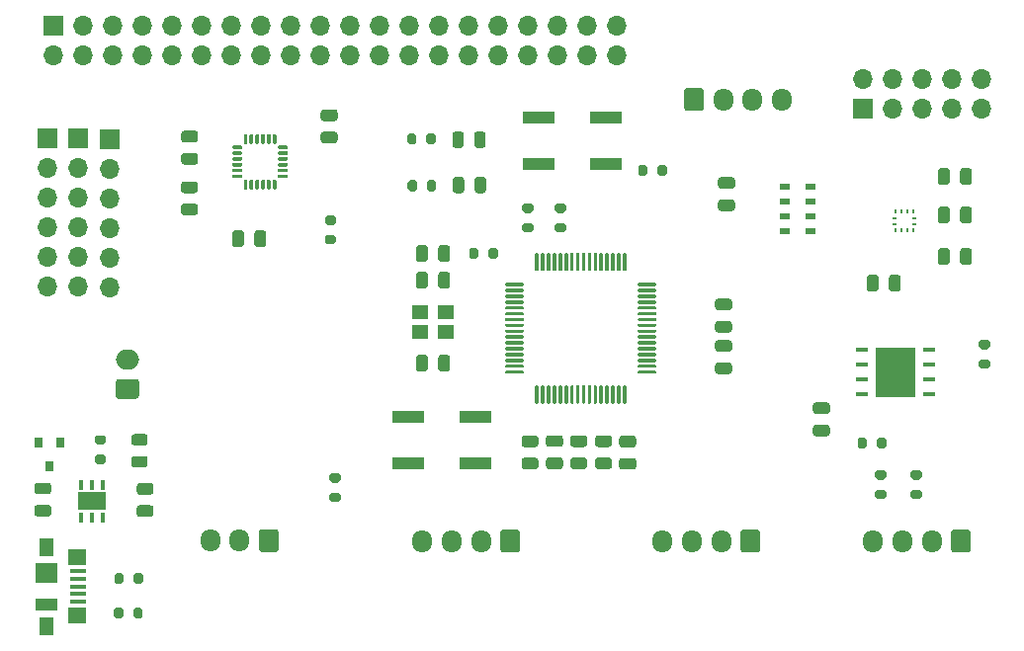
<source format=gbr>
%TF.GenerationSoftware,KiCad,Pcbnew,(5.1.9)-1*%
%TF.CreationDate,2021-03-21T01:20:58-03:00*%
%TF.ProjectId,harpiafc,68617270-6961-4666-932e-6b696361645f,rev?*%
%TF.SameCoordinates,Original*%
%TF.FileFunction,Soldermask,Top*%
%TF.FilePolarity,Negative*%
%FSLAX46Y46*%
G04 Gerber Fmt 4.6, Leading zero omitted, Abs format (unit mm)*
G04 Created by KiCad (PCBNEW (5.1.9)-1) date 2021-03-21 01:20:58*
%MOMM*%
%LPD*%
G01*
G04 APERTURE LIST*
%ADD10O,1.700000X1.950000*%
%ADD11R,0.800000X0.900000*%
%ADD12R,1.700000X1.700000*%
%ADD13O,1.700000X1.700000*%
%ADD14R,1.380000X0.450000*%
%ADD15R,1.550000X1.425000*%
%ADD16R,1.300000X1.650000*%
%ADD17R,1.900000X1.800000*%
%ADD18R,1.900000X1.000000*%
%ADD19R,2.750000X1.000000*%
%ADD20R,0.400000X0.860000*%
%ADD21R,2.370000X1.630000*%
%ADD22R,1.040000X0.440000*%
%ADD23R,3.400000X4.300000*%
%ADD24R,0.950000X0.550000*%
%ADD25R,0.279400X0.304800*%
%ADD26R,0.304800X0.279400*%
%ADD27R,1.400000X1.200000*%
%ADD28O,2.000000X1.700000*%
G04 APERTURE END LIST*
D10*
%TO.C,J9*%
X96894000Y-101346000D03*
X99394000Y-101346000D03*
X101894000Y-101346000D03*
G36*
G01*
X105244000Y-100621000D02*
X105244000Y-102071000D01*
G75*
G02*
X104994000Y-102321000I-250000J0D01*
G01*
X103794000Y-102321000D01*
G75*
G02*
X103544000Y-102071000I0J250000D01*
G01*
X103544000Y-100621000D01*
G75*
G02*
X103794000Y-100371000I250000J0D01*
G01*
X104994000Y-100371000D01*
G75*
G02*
X105244000Y-100621000I0J-250000D01*
G01*
G37*
%TD*%
%TO.C,J8*%
X58286000Y-101346000D03*
X60786000Y-101346000D03*
X63286000Y-101346000D03*
G36*
G01*
X66636000Y-100621000D02*
X66636000Y-102071000D01*
G75*
G02*
X66386000Y-102321000I-250000J0D01*
G01*
X65186000Y-102321000D01*
G75*
G02*
X64936000Y-102071000I0J250000D01*
G01*
X64936000Y-100621000D01*
G75*
G02*
X65186000Y-100371000I250000J0D01*
G01*
X66386000Y-100371000D01*
G75*
G02*
X66636000Y-100621000I0J-250000D01*
G01*
G37*
%TD*%
%TO.C,J10*%
X40116000Y-101320000D03*
X42616000Y-101320000D03*
G36*
G01*
X45966000Y-100595000D02*
X45966000Y-102045000D01*
G75*
G02*
X45716000Y-102295000I-250000J0D01*
G01*
X44516000Y-102295000D01*
G75*
G02*
X44266000Y-102045000I0J250000D01*
G01*
X44266000Y-100595000D01*
G75*
G02*
X44516000Y-100345000I250000J0D01*
G01*
X45716000Y-100345000D01*
G75*
G02*
X45966000Y-100595000I0J-250000D01*
G01*
G37*
%TD*%
%TO.C,C1*%
G36*
G01*
X34055000Y-98290000D02*
X35005000Y-98290000D01*
G75*
G02*
X35255000Y-98540000I0J-250000D01*
G01*
X35255000Y-99040000D01*
G75*
G02*
X35005000Y-99290000I-250000J0D01*
G01*
X34055000Y-99290000D01*
G75*
G02*
X33805000Y-99040000I0J250000D01*
G01*
X33805000Y-98540000D01*
G75*
G02*
X34055000Y-98290000I250000J0D01*
G01*
G37*
G36*
G01*
X34055000Y-96390000D02*
X35005000Y-96390000D01*
G75*
G02*
X35255000Y-96640000I0J-250000D01*
G01*
X35255000Y-97140000D01*
G75*
G02*
X35005000Y-97390000I-250000J0D01*
G01*
X34055000Y-97390000D01*
G75*
G02*
X33805000Y-97140000I0J250000D01*
G01*
X33805000Y-96640000D01*
G75*
G02*
X34055000Y-96390000I250000J0D01*
G01*
G37*
%TD*%
%TO.C,C2*%
G36*
G01*
X25285000Y-96350000D02*
X26235000Y-96350000D01*
G75*
G02*
X26485000Y-96600000I0J-250000D01*
G01*
X26485000Y-97100000D01*
G75*
G02*
X26235000Y-97350000I-250000J0D01*
G01*
X25285000Y-97350000D01*
G75*
G02*
X25035000Y-97100000I0J250000D01*
G01*
X25035000Y-96600000D01*
G75*
G02*
X25285000Y-96350000I250000J0D01*
G01*
G37*
G36*
G01*
X25285000Y-98250000D02*
X26235000Y-98250000D01*
G75*
G02*
X26485000Y-98500000I0J-250000D01*
G01*
X26485000Y-99000000D01*
G75*
G02*
X26235000Y-99250000I-250000J0D01*
G01*
X25285000Y-99250000D01*
G75*
G02*
X25035000Y-99000000I0J250000D01*
G01*
X25035000Y-98500000D01*
G75*
G02*
X25285000Y-98250000I250000J0D01*
G01*
G37*
%TD*%
%TO.C,C3*%
G36*
G01*
X67965000Y-93312000D02*
X67015000Y-93312000D01*
G75*
G02*
X66765000Y-93062000I0J250000D01*
G01*
X66765000Y-92562000D01*
G75*
G02*
X67015000Y-92312000I250000J0D01*
G01*
X67965000Y-92312000D01*
G75*
G02*
X68215000Y-92562000I0J-250000D01*
G01*
X68215000Y-93062000D01*
G75*
G02*
X67965000Y-93312000I-250000J0D01*
G01*
G37*
G36*
G01*
X67965000Y-95212000D02*
X67015000Y-95212000D01*
G75*
G02*
X66765000Y-94962000I0J250000D01*
G01*
X66765000Y-94462000D01*
G75*
G02*
X67015000Y-94212000I250000J0D01*
G01*
X67965000Y-94212000D01*
G75*
G02*
X68215000Y-94462000I0J-250000D01*
G01*
X68215000Y-94962000D01*
G75*
G02*
X67965000Y-95212000I-250000J0D01*
G01*
G37*
%TD*%
%TO.C,C4*%
G36*
G01*
X70065000Y-95192000D02*
X69115000Y-95192000D01*
G75*
G02*
X68865000Y-94942000I0J250000D01*
G01*
X68865000Y-94442000D01*
G75*
G02*
X69115000Y-94192000I250000J0D01*
G01*
X70065000Y-94192000D01*
G75*
G02*
X70315000Y-94442000I0J-250000D01*
G01*
X70315000Y-94942000D01*
G75*
G02*
X70065000Y-95192000I-250000J0D01*
G01*
G37*
G36*
G01*
X70065000Y-93292000D02*
X69115000Y-93292000D01*
G75*
G02*
X68865000Y-93042000I0J250000D01*
G01*
X68865000Y-92542000D01*
G75*
G02*
X69115000Y-92292000I250000J0D01*
G01*
X70065000Y-92292000D01*
G75*
G02*
X70315000Y-92542000I0J-250000D01*
G01*
X70315000Y-93042000D01*
G75*
G02*
X70065000Y-93292000I-250000J0D01*
G01*
G37*
%TD*%
%TO.C,C5*%
G36*
G01*
X72145000Y-93302000D02*
X71195000Y-93302000D01*
G75*
G02*
X70945000Y-93052000I0J250000D01*
G01*
X70945000Y-92552000D01*
G75*
G02*
X71195000Y-92302000I250000J0D01*
G01*
X72145000Y-92302000D01*
G75*
G02*
X72395000Y-92552000I0J-250000D01*
G01*
X72395000Y-93052000D01*
G75*
G02*
X72145000Y-93302000I-250000J0D01*
G01*
G37*
G36*
G01*
X72145000Y-95202000D02*
X71195000Y-95202000D01*
G75*
G02*
X70945000Y-94952000I0J250000D01*
G01*
X70945000Y-94452000D01*
G75*
G02*
X71195000Y-94202000I250000J0D01*
G01*
X72145000Y-94202000D01*
G75*
G02*
X72395000Y-94452000I0J-250000D01*
G01*
X72395000Y-94952000D01*
G75*
G02*
X72145000Y-95202000I-250000J0D01*
G01*
G37*
%TD*%
%TO.C,C6*%
G36*
G01*
X74265000Y-95202000D02*
X73315000Y-95202000D01*
G75*
G02*
X73065000Y-94952000I0J250000D01*
G01*
X73065000Y-94452000D01*
G75*
G02*
X73315000Y-94202000I250000J0D01*
G01*
X74265000Y-94202000D01*
G75*
G02*
X74515000Y-94452000I0J-250000D01*
G01*
X74515000Y-94952000D01*
G75*
G02*
X74265000Y-95202000I-250000J0D01*
G01*
G37*
G36*
G01*
X74265000Y-93302000D02*
X73315000Y-93302000D01*
G75*
G02*
X73065000Y-93052000I0J250000D01*
G01*
X73065000Y-92552000D01*
G75*
G02*
X73315000Y-92302000I250000J0D01*
G01*
X74265000Y-92302000D01*
G75*
G02*
X74515000Y-92552000I0J-250000D01*
G01*
X74515000Y-93052000D01*
G75*
G02*
X74265000Y-93302000I-250000J0D01*
G01*
G37*
%TD*%
%TO.C,C7*%
G36*
G01*
X76335000Y-95232000D02*
X75385000Y-95232000D01*
G75*
G02*
X75135000Y-94982000I0J250000D01*
G01*
X75135000Y-94482000D01*
G75*
G02*
X75385000Y-94232000I250000J0D01*
G01*
X76335000Y-94232000D01*
G75*
G02*
X76585000Y-94482000I0J-250000D01*
G01*
X76585000Y-94982000D01*
G75*
G02*
X76335000Y-95232000I-250000J0D01*
G01*
G37*
G36*
G01*
X76335000Y-93332000D02*
X75385000Y-93332000D01*
G75*
G02*
X75135000Y-93082000I0J250000D01*
G01*
X75135000Y-92582000D01*
G75*
G02*
X75385000Y-92332000I250000J0D01*
G01*
X76335000Y-92332000D01*
G75*
G02*
X76585000Y-92582000I0J-250000D01*
G01*
X76585000Y-93082000D01*
G75*
G02*
X76335000Y-93332000I-250000J0D01*
G01*
G37*
%TD*%
%TO.C,C8*%
G36*
G01*
X60632000Y-78519000D02*
X60632000Y-79469000D01*
G75*
G02*
X60382000Y-79719000I-250000J0D01*
G01*
X59882000Y-79719000D01*
G75*
G02*
X59632000Y-79469000I0J250000D01*
G01*
X59632000Y-78519000D01*
G75*
G02*
X59882000Y-78269000I250000J0D01*
G01*
X60382000Y-78269000D01*
G75*
G02*
X60632000Y-78519000I0J-250000D01*
G01*
G37*
G36*
G01*
X58732000Y-78519000D02*
X58732000Y-79469000D01*
G75*
G02*
X58482000Y-79719000I-250000J0D01*
G01*
X57982000Y-79719000D01*
G75*
G02*
X57732000Y-79469000I0J250000D01*
G01*
X57732000Y-78519000D01*
G75*
G02*
X57982000Y-78269000I250000J0D01*
G01*
X58482000Y-78269000D01*
G75*
G02*
X58732000Y-78519000I0J-250000D01*
G01*
G37*
%TD*%
%TO.C,C9*%
G36*
G01*
X59632000Y-86581000D02*
X59632000Y-85631000D01*
G75*
G02*
X59882000Y-85381000I250000J0D01*
G01*
X60382000Y-85381000D01*
G75*
G02*
X60632000Y-85631000I0J-250000D01*
G01*
X60632000Y-86581000D01*
G75*
G02*
X60382000Y-86831000I-250000J0D01*
G01*
X59882000Y-86831000D01*
G75*
G02*
X59632000Y-86581000I0J250000D01*
G01*
G37*
G36*
G01*
X57732000Y-86581000D02*
X57732000Y-85631000D01*
G75*
G02*
X57982000Y-85381000I250000J0D01*
G01*
X58482000Y-85381000D01*
G75*
G02*
X58732000Y-85631000I0J-250000D01*
G01*
X58732000Y-86581000D01*
G75*
G02*
X58482000Y-86831000I-250000J0D01*
G01*
X57982000Y-86831000D01*
G75*
G02*
X57732000Y-86581000I0J250000D01*
G01*
G37*
%TD*%
%TO.C,C10*%
G36*
G01*
X38815000Y-69098000D02*
X37865000Y-69098000D01*
G75*
G02*
X37615000Y-68848000I0J250000D01*
G01*
X37615000Y-68348000D01*
G75*
G02*
X37865000Y-68098000I250000J0D01*
G01*
X38815000Y-68098000D01*
G75*
G02*
X39065000Y-68348000I0J-250000D01*
G01*
X39065000Y-68848000D01*
G75*
G02*
X38815000Y-69098000I-250000J0D01*
G01*
G37*
G36*
G01*
X38815000Y-67198000D02*
X37865000Y-67198000D01*
G75*
G02*
X37615000Y-66948000I0J250000D01*
G01*
X37615000Y-66448000D01*
G75*
G02*
X37865000Y-66198000I250000J0D01*
G01*
X38815000Y-66198000D01*
G75*
G02*
X39065000Y-66448000I0J-250000D01*
G01*
X39065000Y-66948000D01*
G75*
G02*
X38815000Y-67198000I-250000J0D01*
G01*
G37*
%TD*%
%TO.C,C11*%
G36*
G01*
X38795000Y-71538000D02*
X37845000Y-71538000D01*
G75*
G02*
X37595000Y-71288000I0J250000D01*
G01*
X37595000Y-70788000D01*
G75*
G02*
X37845000Y-70538000I250000J0D01*
G01*
X38795000Y-70538000D01*
G75*
G02*
X39045000Y-70788000I0J-250000D01*
G01*
X39045000Y-71288000D01*
G75*
G02*
X38795000Y-71538000I-250000J0D01*
G01*
G37*
G36*
G01*
X38795000Y-73438000D02*
X37845000Y-73438000D01*
G75*
G02*
X37595000Y-73188000I0J250000D01*
G01*
X37595000Y-72688000D01*
G75*
G02*
X37845000Y-72438000I250000J0D01*
G01*
X38795000Y-72438000D01*
G75*
G02*
X39045000Y-72688000I0J-250000D01*
G01*
X39045000Y-73188000D01*
G75*
G02*
X38795000Y-73438000I-250000J0D01*
G01*
G37*
%TD*%
%TO.C,C12*%
G36*
G01*
X43884000Y-75913000D02*
X43884000Y-74963000D01*
G75*
G02*
X44134000Y-74713000I250000J0D01*
G01*
X44634000Y-74713000D01*
G75*
G02*
X44884000Y-74963000I0J-250000D01*
G01*
X44884000Y-75913000D01*
G75*
G02*
X44634000Y-76163000I-250000J0D01*
G01*
X44134000Y-76163000D01*
G75*
G02*
X43884000Y-75913000I0J250000D01*
G01*
G37*
G36*
G01*
X41984000Y-75913000D02*
X41984000Y-74963000D01*
G75*
G02*
X42234000Y-74713000I250000J0D01*
G01*
X42734000Y-74713000D01*
G75*
G02*
X42984000Y-74963000I0J-250000D01*
G01*
X42984000Y-75913000D01*
G75*
G02*
X42734000Y-76163000I-250000J0D01*
G01*
X42234000Y-76163000D01*
G75*
G02*
X41984000Y-75913000I0J250000D01*
G01*
G37*
%TD*%
%TO.C,C13*%
G36*
G01*
X49815000Y-66258000D02*
X50765000Y-66258000D01*
G75*
G02*
X51015000Y-66508000I0J-250000D01*
G01*
X51015000Y-67008000D01*
G75*
G02*
X50765000Y-67258000I-250000J0D01*
G01*
X49815000Y-67258000D01*
G75*
G02*
X49565000Y-67008000I0J250000D01*
G01*
X49565000Y-66508000D01*
G75*
G02*
X49815000Y-66258000I250000J0D01*
G01*
G37*
G36*
G01*
X49815000Y-64358000D02*
X50765000Y-64358000D01*
G75*
G02*
X51015000Y-64608000I0J-250000D01*
G01*
X51015000Y-65108000D01*
G75*
G02*
X50765000Y-65358000I-250000J0D01*
G01*
X49815000Y-65358000D01*
G75*
G02*
X49565000Y-65108000I0J250000D01*
G01*
X49565000Y-64608000D01*
G75*
G02*
X49815000Y-64358000I250000J0D01*
G01*
G37*
%TD*%
%TO.C,C16*%
G36*
G01*
X92931000Y-92382000D02*
X91981000Y-92382000D01*
G75*
G02*
X91731000Y-92132000I0J250000D01*
G01*
X91731000Y-91632000D01*
G75*
G02*
X91981000Y-91382000I250000J0D01*
G01*
X92931000Y-91382000D01*
G75*
G02*
X93181000Y-91632000I0J-250000D01*
G01*
X93181000Y-92132000D01*
G75*
G02*
X92931000Y-92382000I-250000J0D01*
G01*
G37*
G36*
G01*
X92931000Y-90482000D02*
X91981000Y-90482000D01*
G75*
G02*
X91731000Y-90232000I0J250000D01*
G01*
X91731000Y-89732000D01*
G75*
G02*
X91981000Y-89482000I250000J0D01*
G01*
X92931000Y-89482000D01*
G75*
G02*
X93181000Y-89732000I0J-250000D01*
G01*
X93181000Y-90232000D01*
G75*
G02*
X92931000Y-90482000I-250000J0D01*
G01*
G37*
%TD*%
%TO.C,C19*%
G36*
G01*
X83853000Y-70178000D02*
X84803000Y-70178000D01*
G75*
G02*
X85053000Y-70428000I0J-250000D01*
G01*
X85053000Y-70928000D01*
G75*
G02*
X84803000Y-71178000I-250000J0D01*
G01*
X83853000Y-71178000D01*
G75*
G02*
X83603000Y-70928000I0J250000D01*
G01*
X83603000Y-70428000D01*
G75*
G02*
X83853000Y-70178000I250000J0D01*
G01*
G37*
G36*
G01*
X83853000Y-72078000D02*
X84803000Y-72078000D01*
G75*
G02*
X85053000Y-72328000I0J-250000D01*
G01*
X85053000Y-72828000D01*
G75*
G02*
X84803000Y-73078000I-250000J0D01*
G01*
X83853000Y-73078000D01*
G75*
G02*
X83603000Y-72828000I0J250000D01*
G01*
X83603000Y-72328000D01*
G75*
G02*
X83853000Y-72078000I250000J0D01*
G01*
G37*
%TD*%
%TO.C,C20*%
G36*
G01*
X60632000Y-76233000D02*
X60632000Y-77183000D01*
G75*
G02*
X60382000Y-77433000I-250000J0D01*
G01*
X59882000Y-77433000D01*
G75*
G02*
X59632000Y-77183000I0J250000D01*
G01*
X59632000Y-76233000D01*
G75*
G02*
X59882000Y-75983000I250000J0D01*
G01*
X60382000Y-75983000D01*
G75*
G02*
X60632000Y-76233000I0J-250000D01*
G01*
G37*
G36*
G01*
X58732000Y-76233000D02*
X58732000Y-77183000D01*
G75*
G02*
X58482000Y-77433000I-250000J0D01*
G01*
X57982000Y-77433000D01*
G75*
G02*
X57732000Y-77183000I0J250000D01*
G01*
X57732000Y-76233000D01*
G75*
G02*
X57982000Y-75983000I250000J0D01*
G01*
X58482000Y-75983000D01*
G75*
G02*
X58732000Y-76233000I0J-250000D01*
G01*
G37*
%TD*%
%TO.C,C21*%
G36*
G01*
X84549000Y-85148000D02*
X83599000Y-85148000D01*
G75*
G02*
X83349000Y-84898000I0J250000D01*
G01*
X83349000Y-84398000D01*
G75*
G02*
X83599000Y-84148000I250000J0D01*
G01*
X84549000Y-84148000D01*
G75*
G02*
X84799000Y-84398000I0J-250000D01*
G01*
X84799000Y-84898000D01*
G75*
G02*
X84549000Y-85148000I-250000J0D01*
G01*
G37*
G36*
G01*
X84549000Y-87048000D02*
X83599000Y-87048000D01*
G75*
G02*
X83349000Y-86798000I0J250000D01*
G01*
X83349000Y-86298000D01*
G75*
G02*
X83599000Y-86048000I250000J0D01*
G01*
X84549000Y-86048000D01*
G75*
G02*
X84799000Y-86298000I0J-250000D01*
G01*
X84799000Y-86798000D01*
G75*
G02*
X84549000Y-87048000I-250000J0D01*
G01*
G37*
%TD*%
%TO.C,C22*%
G36*
G01*
X84549000Y-83492000D02*
X83599000Y-83492000D01*
G75*
G02*
X83349000Y-83242000I0J250000D01*
G01*
X83349000Y-82742000D01*
G75*
G02*
X83599000Y-82492000I250000J0D01*
G01*
X84549000Y-82492000D01*
G75*
G02*
X84799000Y-82742000I0J-250000D01*
G01*
X84799000Y-83242000D01*
G75*
G02*
X84549000Y-83492000I-250000J0D01*
G01*
G37*
G36*
G01*
X84549000Y-81592000D02*
X83599000Y-81592000D01*
G75*
G02*
X83349000Y-81342000I0J250000D01*
G01*
X83349000Y-80842000D01*
G75*
G02*
X83599000Y-80592000I250000J0D01*
G01*
X84549000Y-80592000D01*
G75*
G02*
X84799000Y-80842000I0J-250000D01*
G01*
X84799000Y-81342000D01*
G75*
G02*
X84549000Y-81592000I-250000J0D01*
G01*
G37*
%TD*%
%TO.C,C23*%
G36*
G01*
X98240000Y-79723000D02*
X98240000Y-78773000D01*
G75*
G02*
X98490000Y-78523000I250000J0D01*
G01*
X98990000Y-78523000D01*
G75*
G02*
X99240000Y-78773000I0J-250000D01*
G01*
X99240000Y-79723000D01*
G75*
G02*
X98990000Y-79973000I-250000J0D01*
G01*
X98490000Y-79973000D01*
G75*
G02*
X98240000Y-79723000I0J250000D01*
G01*
G37*
G36*
G01*
X96340000Y-79723000D02*
X96340000Y-78773000D01*
G75*
G02*
X96590000Y-78523000I250000J0D01*
G01*
X97090000Y-78523000D01*
G75*
G02*
X97340000Y-78773000I0J-250000D01*
G01*
X97340000Y-79723000D01*
G75*
G02*
X97090000Y-79973000I-250000J0D01*
G01*
X96590000Y-79973000D01*
G75*
G02*
X96340000Y-79723000I0J250000D01*
G01*
G37*
%TD*%
%TO.C,C24*%
G36*
G01*
X102436000Y-73881000D02*
X102436000Y-72931000D01*
G75*
G02*
X102686000Y-72681000I250000J0D01*
G01*
X103186000Y-72681000D01*
G75*
G02*
X103436000Y-72931000I0J-250000D01*
G01*
X103436000Y-73881000D01*
G75*
G02*
X103186000Y-74131000I-250000J0D01*
G01*
X102686000Y-74131000D01*
G75*
G02*
X102436000Y-73881000I0J250000D01*
G01*
G37*
G36*
G01*
X104336000Y-73881000D02*
X104336000Y-72931000D01*
G75*
G02*
X104586000Y-72681000I250000J0D01*
G01*
X105086000Y-72681000D01*
G75*
G02*
X105336000Y-72931000I0J-250000D01*
G01*
X105336000Y-73881000D01*
G75*
G02*
X105086000Y-74131000I-250000J0D01*
G01*
X104586000Y-74131000D01*
G75*
G02*
X104336000Y-73881000I0J250000D01*
G01*
G37*
%TD*%
%TO.C,C25*%
G36*
G01*
X104336000Y-77437000D02*
X104336000Y-76487000D01*
G75*
G02*
X104586000Y-76237000I250000J0D01*
G01*
X105086000Y-76237000D01*
G75*
G02*
X105336000Y-76487000I0J-250000D01*
G01*
X105336000Y-77437000D01*
G75*
G02*
X105086000Y-77687000I-250000J0D01*
G01*
X104586000Y-77687000D01*
G75*
G02*
X104336000Y-77437000I0J250000D01*
G01*
G37*
G36*
G01*
X102436000Y-77437000D02*
X102436000Y-76487000D01*
G75*
G02*
X102686000Y-76237000I250000J0D01*
G01*
X103186000Y-76237000D01*
G75*
G02*
X103436000Y-76487000I0J-250000D01*
G01*
X103436000Y-77437000D01*
G75*
G02*
X103186000Y-77687000I-250000J0D01*
G01*
X102686000Y-77687000D01*
G75*
G02*
X102436000Y-77437000I0J250000D01*
G01*
G37*
%TD*%
%TO.C,C26*%
G36*
G01*
X104336000Y-70579000D02*
X104336000Y-69629000D01*
G75*
G02*
X104586000Y-69379000I250000J0D01*
G01*
X105086000Y-69379000D01*
G75*
G02*
X105336000Y-69629000I0J-250000D01*
G01*
X105336000Y-70579000D01*
G75*
G02*
X105086000Y-70829000I-250000J0D01*
G01*
X104586000Y-70829000D01*
G75*
G02*
X104336000Y-70579000I0J250000D01*
G01*
G37*
G36*
G01*
X102436000Y-70579000D02*
X102436000Y-69629000D01*
G75*
G02*
X102686000Y-69379000I250000J0D01*
G01*
X103186000Y-69379000D01*
G75*
G02*
X103436000Y-69629000I0J-250000D01*
G01*
X103436000Y-70579000D01*
G75*
G02*
X103186000Y-70829000I-250000J0D01*
G01*
X102686000Y-70829000D01*
G75*
G02*
X102436000Y-70579000I0J250000D01*
G01*
G37*
%TD*%
%TO.C,D1*%
G36*
G01*
X33593750Y-92195000D02*
X34506250Y-92195000D01*
G75*
G02*
X34750000Y-92438750I0J-243750D01*
G01*
X34750000Y-92926250D01*
G75*
G02*
X34506250Y-93170000I-243750J0D01*
G01*
X33593750Y-93170000D01*
G75*
G02*
X33350000Y-92926250I0J243750D01*
G01*
X33350000Y-92438750D01*
G75*
G02*
X33593750Y-92195000I243750J0D01*
G01*
G37*
G36*
G01*
X33593750Y-94070000D02*
X34506250Y-94070000D01*
G75*
G02*
X34750000Y-94313750I0J-243750D01*
G01*
X34750000Y-94801250D01*
G75*
G02*
X34506250Y-95045000I-243750J0D01*
G01*
X33593750Y-95045000D01*
G75*
G02*
X33350000Y-94801250I0J243750D01*
G01*
X33350000Y-94313750D01*
G75*
G02*
X33593750Y-94070000I243750J0D01*
G01*
G37*
%TD*%
D11*
%TO.C,D2*%
X27290000Y-92920000D03*
X25390000Y-92920000D03*
X26340000Y-94920000D03*
%TD*%
%TO.C,D3*%
G36*
G01*
X62718000Y-67408250D02*
X62718000Y-66495750D01*
G75*
G02*
X62961750Y-66252000I243750J0D01*
G01*
X63449250Y-66252000D01*
G75*
G02*
X63693000Y-66495750I0J-243750D01*
G01*
X63693000Y-67408250D01*
G75*
G02*
X63449250Y-67652000I-243750J0D01*
G01*
X62961750Y-67652000D01*
G75*
G02*
X62718000Y-67408250I0J243750D01*
G01*
G37*
G36*
G01*
X60843000Y-67408250D02*
X60843000Y-66495750D01*
G75*
G02*
X61086750Y-66252000I243750J0D01*
G01*
X61574250Y-66252000D01*
G75*
G02*
X61818000Y-66495750I0J-243750D01*
G01*
X61818000Y-67408250D01*
G75*
G02*
X61574250Y-67652000I-243750J0D01*
G01*
X61086750Y-67652000D01*
G75*
G02*
X60843000Y-67408250I0J243750D01*
G01*
G37*
%TD*%
%TO.C,D4*%
G36*
G01*
X63733000Y-70395750D02*
X63733000Y-71308250D01*
G75*
G02*
X63489250Y-71552000I-243750J0D01*
G01*
X63001750Y-71552000D01*
G75*
G02*
X62758000Y-71308250I0J243750D01*
G01*
X62758000Y-70395750D01*
G75*
G02*
X63001750Y-70152000I243750J0D01*
G01*
X63489250Y-70152000D01*
G75*
G02*
X63733000Y-70395750I0J-243750D01*
G01*
G37*
G36*
G01*
X61858000Y-70395750D02*
X61858000Y-71308250D01*
G75*
G02*
X61614250Y-71552000I-243750J0D01*
G01*
X61126750Y-71552000D01*
G75*
G02*
X60883000Y-71308250I0J243750D01*
G01*
X60883000Y-70395750D01*
G75*
G02*
X61126750Y-70152000I243750J0D01*
G01*
X61614250Y-70152000D01*
G75*
G02*
X61858000Y-70395750I0J-243750D01*
G01*
G37*
%TD*%
D12*
%TO.C,J2*%
X26120000Y-66820000D03*
D13*
X26120000Y-69360000D03*
X26120000Y-71900000D03*
X26120000Y-74440000D03*
X26120000Y-76980000D03*
X26120000Y-79520000D03*
%TD*%
D12*
%TO.C,J3*%
X96012000Y-64262000D03*
D13*
X96012000Y-61722000D03*
X98552000Y-64262000D03*
X98552000Y-61722000D03*
X101092000Y-64262000D03*
X101092000Y-61722000D03*
X103632000Y-64262000D03*
X103632000Y-61722000D03*
X106172000Y-64262000D03*
X106172000Y-61722000D03*
%TD*%
%TO.C,J4*%
X31470000Y-79640000D03*
X31470000Y-77100000D03*
X31470000Y-74560000D03*
X31470000Y-72020000D03*
X31470000Y-69480000D03*
D12*
X31470000Y-66940000D03*
%TD*%
D14*
%TO.C,J5*%
X28770000Y-103950000D03*
X28770000Y-104600000D03*
X28770000Y-105250000D03*
X28770000Y-105900000D03*
X28770000Y-106550000D03*
D15*
X28685000Y-102762500D03*
X28685000Y-107737500D03*
D16*
X26110000Y-101875000D03*
X26110000Y-108625000D03*
D17*
X26110000Y-104100000D03*
D18*
X26110000Y-106800000D03*
%TD*%
D12*
%TO.C,J6*%
X28790000Y-66870000D03*
D13*
X28790000Y-69410000D03*
X28790000Y-71950000D03*
X28790000Y-74490000D03*
X28790000Y-77030000D03*
X28790000Y-79570000D03*
%TD*%
D12*
%TO.C,J7*%
X26670000Y-57150000D03*
D13*
X26670000Y-59690000D03*
X29210000Y-57150000D03*
X29210000Y-59690000D03*
X31750000Y-57150000D03*
X31750000Y-59690000D03*
X34290000Y-57150000D03*
X34290000Y-59690000D03*
X36830000Y-57150000D03*
X36830000Y-59690000D03*
X39370000Y-57150000D03*
X39370000Y-59690000D03*
X41910000Y-57150000D03*
X41910000Y-59690000D03*
X44450000Y-57150000D03*
X44450000Y-59690000D03*
X46990000Y-57150000D03*
X46990000Y-59690000D03*
X49530000Y-57150000D03*
X49530000Y-59690000D03*
X52070000Y-57150000D03*
X52070000Y-59690000D03*
X54610000Y-57150000D03*
X54610000Y-59690000D03*
X57150000Y-57150000D03*
X57150000Y-59690000D03*
X59690000Y-57150000D03*
X59690000Y-59690000D03*
X62230000Y-57150000D03*
X62230000Y-59690000D03*
X64770000Y-57150000D03*
X64770000Y-59690000D03*
X67310000Y-57150000D03*
X67310000Y-59690000D03*
X69850000Y-57150000D03*
X69850000Y-59690000D03*
X72390000Y-57150000D03*
X72390000Y-59690000D03*
X74930000Y-57150000D03*
X74930000Y-59690000D03*
%TD*%
%TO.C,J11*%
G36*
G01*
X87210000Y-100621000D02*
X87210000Y-102071000D01*
G75*
G02*
X86960000Y-102321000I-250000J0D01*
G01*
X85760000Y-102321000D01*
G75*
G02*
X85510000Y-102071000I0J250000D01*
G01*
X85510000Y-100621000D01*
G75*
G02*
X85760000Y-100371000I250000J0D01*
G01*
X86960000Y-100371000D01*
G75*
G02*
X87210000Y-100621000I0J-250000D01*
G01*
G37*
D10*
X83860000Y-101346000D03*
X81360000Y-101346000D03*
X78860000Y-101346000D03*
%TD*%
%TO.C,J12*%
X89034000Y-63500000D03*
X86534000Y-63500000D03*
X84034000Y-63500000D03*
G36*
G01*
X80684000Y-64225000D02*
X80684000Y-62775000D01*
G75*
G02*
X80934000Y-62525000I250000J0D01*
G01*
X82134000Y-62525000D01*
G75*
G02*
X82384000Y-62775000I0J-250000D01*
G01*
X82384000Y-64225000D01*
G75*
G02*
X82134000Y-64475000I-250000J0D01*
G01*
X80934000Y-64475000D01*
G75*
G02*
X80684000Y-64225000I0J250000D01*
G01*
G37*
%TD*%
%TO.C,R1*%
G36*
G01*
X30415000Y-92295000D02*
X30965000Y-92295000D01*
G75*
G02*
X31165000Y-92495000I0J-200000D01*
G01*
X31165000Y-92895000D01*
G75*
G02*
X30965000Y-93095000I-200000J0D01*
G01*
X30415000Y-93095000D01*
G75*
G02*
X30215000Y-92895000I0J200000D01*
G01*
X30215000Y-92495000D01*
G75*
G02*
X30415000Y-92295000I200000J0D01*
G01*
G37*
G36*
G01*
X30415000Y-93945000D02*
X30965000Y-93945000D01*
G75*
G02*
X31165000Y-94145000I0J-200000D01*
G01*
X31165000Y-94545000D01*
G75*
G02*
X30965000Y-94745000I-200000J0D01*
G01*
X30415000Y-94745000D01*
G75*
G02*
X30215000Y-94545000I0J200000D01*
G01*
X30215000Y-94145000D01*
G75*
G02*
X30415000Y-93945000I200000J0D01*
G01*
G37*
%TD*%
%TO.C,R2*%
G36*
G01*
X69829000Y-72435000D02*
X70379000Y-72435000D01*
G75*
G02*
X70579000Y-72635000I0J-200000D01*
G01*
X70579000Y-73035000D01*
G75*
G02*
X70379000Y-73235000I-200000J0D01*
G01*
X69829000Y-73235000D01*
G75*
G02*
X69629000Y-73035000I0J200000D01*
G01*
X69629000Y-72635000D01*
G75*
G02*
X69829000Y-72435000I200000J0D01*
G01*
G37*
G36*
G01*
X69829000Y-74085000D02*
X70379000Y-74085000D01*
G75*
G02*
X70579000Y-74285000I0J-200000D01*
G01*
X70579000Y-74685000D01*
G75*
G02*
X70379000Y-74885000I-200000J0D01*
G01*
X69829000Y-74885000D01*
G75*
G02*
X69629000Y-74685000I0J200000D01*
G01*
X69629000Y-74285000D01*
G75*
G02*
X69829000Y-74085000I200000J0D01*
G01*
G37*
%TD*%
%TO.C,R3*%
G36*
G01*
X67035000Y-74085000D02*
X67585000Y-74085000D01*
G75*
G02*
X67785000Y-74285000I0J-200000D01*
G01*
X67785000Y-74685000D01*
G75*
G02*
X67585000Y-74885000I-200000J0D01*
G01*
X67035000Y-74885000D01*
G75*
G02*
X66835000Y-74685000I0J200000D01*
G01*
X66835000Y-74285000D01*
G75*
G02*
X67035000Y-74085000I200000J0D01*
G01*
G37*
G36*
G01*
X67035000Y-72435000D02*
X67585000Y-72435000D01*
G75*
G02*
X67785000Y-72635000I0J-200000D01*
G01*
X67785000Y-73035000D01*
G75*
G02*
X67585000Y-73235000I-200000J0D01*
G01*
X67035000Y-73235000D01*
G75*
G02*
X66835000Y-73035000I0J200000D01*
G01*
X66835000Y-72635000D01*
G75*
G02*
X67035000Y-72435000I200000J0D01*
G01*
G37*
%TD*%
%TO.C,R4*%
G36*
G01*
X50125000Y-73463000D02*
X50675000Y-73463000D01*
G75*
G02*
X50875000Y-73663000I0J-200000D01*
G01*
X50875000Y-74063000D01*
G75*
G02*
X50675000Y-74263000I-200000J0D01*
G01*
X50125000Y-74263000D01*
G75*
G02*
X49925000Y-74063000I0J200000D01*
G01*
X49925000Y-73663000D01*
G75*
G02*
X50125000Y-73463000I200000J0D01*
G01*
G37*
G36*
G01*
X50125000Y-75113000D02*
X50675000Y-75113000D01*
G75*
G02*
X50875000Y-75313000I0J-200000D01*
G01*
X50875000Y-75713000D01*
G75*
G02*
X50675000Y-75913000I-200000J0D01*
G01*
X50125000Y-75913000D01*
G75*
G02*
X49925000Y-75713000I0J200000D01*
G01*
X49925000Y-75313000D01*
G75*
G02*
X50125000Y-75113000I200000J0D01*
G01*
G37*
%TD*%
%TO.C,R5*%
G36*
G01*
X77553000Y-69321000D02*
X77553000Y-69871000D01*
G75*
G02*
X77353000Y-70071000I-200000J0D01*
G01*
X76953000Y-70071000D01*
G75*
G02*
X76753000Y-69871000I0J200000D01*
G01*
X76753000Y-69321000D01*
G75*
G02*
X76953000Y-69121000I200000J0D01*
G01*
X77353000Y-69121000D01*
G75*
G02*
X77553000Y-69321000I0J-200000D01*
G01*
G37*
G36*
G01*
X79203000Y-69321000D02*
X79203000Y-69871000D01*
G75*
G02*
X79003000Y-70071000I-200000J0D01*
G01*
X78603000Y-70071000D01*
G75*
G02*
X78403000Y-69871000I0J200000D01*
G01*
X78403000Y-69321000D01*
G75*
G02*
X78603000Y-69121000I200000J0D01*
G01*
X79003000Y-69121000D01*
G75*
G02*
X79203000Y-69321000I0J-200000D01*
G01*
G37*
%TD*%
%TO.C,R6*%
G36*
G01*
X33515000Y-107805000D02*
X33515000Y-107255000D01*
G75*
G02*
X33715000Y-107055000I200000J0D01*
G01*
X34115000Y-107055000D01*
G75*
G02*
X34315000Y-107255000I0J-200000D01*
G01*
X34315000Y-107805000D01*
G75*
G02*
X34115000Y-108005000I-200000J0D01*
G01*
X33715000Y-108005000D01*
G75*
G02*
X33515000Y-107805000I0J200000D01*
G01*
G37*
G36*
G01*
X31865000Y-107805000D02*
X31865000Y-107255000D01*
G75*
G02*
X32065000Y-107055000I200000J0D01*
G01*
X32465000Y-107055000D01*
G75*
G02*
X32665000Y-107255000I0J-200000D01*
G01*
X32665000Y-107805000D01*
G75*
G02*
X32465000Y-108005000I-200000J0D01*
G01*
X32065000Y-108005000D01*
G75*
G02*
X31865000Y-107805000I0J200000D01*
G01*
G37*
%TD*%
%TO.C,R7*%
G36*
G01*
X31885000Y-104845000D02*
X31885000Y-104295000D01*
G75*
G02*
X32085000Y-104095000I200000J0D01*
G01*
X32485000Y-104095000D01*
G75*
G02*
X32685000Y-104295000I0J-200000D01*
G01*
X32685000Y-104845000D01*
G75*
G02*
X32485000Y-105045000I-200000J0D01*
G01*
X32085000Y-105045000D01*
G75*
G02*
X31885000Y-104845000I0J200000D01*
G01*
G37*
G36*
G01*
X33535000Y-104845000D02*
X33535000Y-104295000D01*
G75*
G02*
X33735000Y-104095000I200000J0D01*
G01*
X34135000Y-104095000D01*
G75*
G02*
X34335000Y-104295000I0J-200000D01*
G01*
X34335000Y-104845000D01*
G75*
G02*
X34135000Y-105045000I-200000J0D01*
G01*
X33735000Y-105045000D01*
G75*
G02*
X33535000Y-104845000I0J200000D01*
G01*
G37*
%TD*%
%TO.C,R8*%
G36*
G01*
X106701000Y-86569000D02*
X106151000Y-86569000D01*
G75*
G02*
X105951000Y-86369000I0J200000D01*
G01*
X105951000Y-85969000D01*
G75*
G02*
X106151000Y-85769000I200000J0D01*
G01*
X106701000Y-85769000D01*
G75*
G02*
X106901000Y-85969000I0J-200000D01*
G01*
X106901000Y-86369000D01*
G75*
G02*
X106701000Y-86569000I-200000J0D01*
G01*
G37*
G36*
G01*
X106701000Y-84919000D02*
X106151000Y-84919000D01*
G75*
G02*
X105951000Y-84719000I0J200000D01*
G01*
X105951000Y-84319000D01*
G75*
G02*
X106151000Y-84119000I200000J0D01*
G01*
X106701000Y-84119000D01*
G75*
G02*
X106901000Y-84319000I0J-200000D01*
G01*
X106901000Y-84719000D01*
G75*
G02*
X106701000Y-84919000I-200000J0D01*
G01*
G37*
%TD*%
%TO.C,R9*%
G36*
G01*
X96349000Y-92689000D02*
X96349000Y-93239000D01*
G75*
G02*
X96149000Y-93439000I-200000J0D01*
G01*
X95749000Y-93439000D01*
G75*
G02*
X95549000Y-93239000I0J200000D01*
G01*
X95549000Y-92689000D01*
G75*
G02*
X95749000Y-92489000I200000J0D01*
G01*
X96149000Y-92489000D01*
G75*
G02*
X96349000Y-92689000I0J-200000D01*
G01*
G37*
G36*
G01*
X97999000Y-92689000D02*
X97999000Y-93239000D01*
G75*
G02*
X97799000Y-93439000I-200000J0D01*
G01*
X97399000Y-93439000D01*
G75*
G02*
X97199000Y-93239000I0J200000D01*
G01*
X97199000Y-92689000D01*
G75*
G02*
X97399000Y-92489000I200000J0D01*
G01*
X97799000Y-92489000D01*
G75*
G02*
X97999000Y-92689000I0J-200000D01*
G01*
G37*
%TD*%
%TO.C,R10*%
G36*
G01*
X62275000Y-76983000D02*
X62275000Y-76433000D01*
G75*
G02*
X62475000Y-76233000I200000J0D01*
G01*
X62875000Y-76233000D01*
G75*
G02*
X63075000Y-76433000I0J-200000D01*
G01*
X63075000Y-76983000D01*
G75*
G02*
X62875000Y-77183000I-200000J0D01*
G01*
X62475000Y-77183000D01*
G75*
G02*
X62275000Y-76983000I0J200000D01*
G01*
G37*
G36*
G01*
X63925000Y-76983000D02*
X63925000Y-76433000D01*
G75*
G02*
X64125000Y-76233000I200000J0D01*
G01*
X64525000Y-76233000D01*
G75*
G02*
X64725000Y-76433000I0J-200000D01*
G01*
X64725000Y-76983000D01*
G75*
G02*
X64525000Y-77183000I-200000J0D01*
G01*
X64125000Y-77183000D01*
G75*
G02*
X63925000Y-76983000I0J200000D01*
G01*
G37*
%TD*%
%TO.C,R11*%
G36*
G01*
X97811000Y-96095000D02*
X97261000Y-96095000D01*
G75*
G02*
X97061000Y-95895000I0J200000D01*
G01*
X97061000Y-95495000D01*
G75*
G02*
X97261000Y-95295000I200000J0D01*
G01*
X97811000Y-95295000D01*
G75*
G02*
X98011000Y-95495000I0J-200000D01*
G01*
X98011000Y-95895000D01*
G75*
G02*
X97811000Y-96095000I-200000J0D01*
G01*
G37*
G36*
G01*
X97811000Y-97745000D02*
X97261000Y-97745000D01*
G75*
G02*
X97061000Y-97545000I0J200000D01*
G01*
X97061000Y-97145000D01*
G75*
G02*
X97261000Y-96945000I200000J0D01*
G01*
X97811000Y-96945000D01*
G75*
G02*
X98011000Y-97145000I0J-200000D01*
G01*
X98011000Y-97545000D01*
G75*
G02*
X97811000Y-97745000I-200000J0D01*
G01*
G37*
%TD*%
%TO.C,R12*%
G36*
G01*
X100859000Y-97745000D02*
X100309000Y-97745000D01*
G75*
G02*
X100109000Y-97545000I0J200000D01*
G01*
X100109000Y-97145000D01*
G75*
G02*
X100309000Y-96945000I200000J0D01*
G01*
X100859000Y-96945000D01*
G75*
G02*
X101059000Y-97145000I0J-200000D01*
G01*
X101059000Y-97545000D01*
G75*
G02*
X100859000Y-97745000I-200000J0D01*
G01*
G37*
G36*
G01*
X100859000Y-96095000D02*
X100309000Y-96095000D01*
G75*
G02*
X100109000Y-95895000I0J200000D01*
G01*
X100109000Y-95495000D01*
G75*
G02*
X100309000Y-95295000I200000J0D01*
G01*
X100859000Y-95295000D01*
G75*
G02*
X101059000Y-95495000I0J-200000D01*
G01*
X101059000Y-95895000D01*
G75*
G02*
X100859000Y-96095000I-200000J0D01*
G01*
G37*
%TD*%
%TO.C,R13*%
G36*
G01*
X58613000Y-67157000D02*
X58613000Y-66607000D01*
G75*
G02*
X58813000Y-66407000I200000J0D01*
G01*
X59213000Y-66407000D01*
G75*
G02*
X59413000Y-66607000I0J-200000D01*
G01*
X59413000Y-67157000D01*
G75*
G02*
X59213000Y-67357000I-200000J0D01*
G01*
X58813000Y-67357000D01*
G75*
G02*
X58613000Y-67157000I0J200000D01*
G01*
G37*
G36*
G01*
X56963000Y-67157000D02*
X56963000Y-66607000D01*
G75*
G02*
X57163000Y-66407000I200000J0D01*
G01*
X57563000Y-66407000D01*
G75*
G02*
X57763000Y-66607000I0J-200000D01*
G01*
X57763000Y-67157000D01*
G75*
G02*
X57563000Y-67357000I-200000J0D01*
G01*
X57163000Y-67357000D01*
G75*
G02*
X56963000Y-67157000I0J200000D01*
G01*
G37*
%TD*%
%TO.C,R14*%
G36*
G01*
X58658000Y-71177000D02*
X58658000Y-70627000D01*
G75*
G02*
X58858000Y-70427000I200000J0D01*
G01*
X59258000Y-70427000D01*
G75*
G02*
X59458000Y-70627000I0J-200000D01*
G01*
X59458000Y-71177000D01*
G75*
G02*
X59258000Y-71377000I-200000J0D01*
G01*
X58858000Y-71377000D01*
G75*
G02*
X58658000Y-71177000I0J200000D01*
G01*
G37*
G36*
G01*
X57008000Y-71177000D02*
X57008000Y-70627000D01*
G75*
G02*
X57208000Y-70427000I200000J0D01*
G01*
X57608000Y-70427000D01*
G75*
G02*
X57808000Y-70627000I0J-200000D01*
G01*
X57808000Y-71177000D01*
G75*
G02*
X57608000Y-71377000I-200000J0D01*
G01*
X57208000Y-71377000D01*
G75*
G02*
X57008000Y-71177000I0J200000D01*
G01*
G37*
%TD*%
%TO.C,R15*%
G36*
G01*
X51075000Y-97999000D02*
X50525000Y-97999000D01*
G75*
G02*
X50325000Y-97799000I0J200000D01*
G01*
X50325000Y-97399000D01*
G75*
G02*
X50525000Y-97199000I200000J0D01*
G01*
X51075000Y-97199000D01*
G75*
G02*
X51275000Y-97399000I0J-200000D01*
G01*
X51275000Y-97799000D01*
G75*
G02*
X51075000Y-97999000I-200000J0D01*
G01*
G37*
G36*
G01*
X51075000Y-96349000D02*
X50525000Y-96349000D01*
G75*
G02*
X50325000Y-96149000I0J200000D01*
G01*
X50325000Y-95749000D01*
G75*
G02*
X50525000Y-95549000I200000J0D01*
G01*
X51075000Y-95549000D01*
G75*
G02*
X51275000Y-95749000I0J-200000D01*
G01*
X51275000Y-96149000D01*
G75*
G02*
X51075000Y-96349000I-200000J0D01*
G01*
G37*
%TD*%
D19*
%TO.C,SW1*%
X68240000Y-69056000D03*
X74000000Y-69056000D03*
X74000000Y-65056000D03*
X68240000Y-65056000D03*
%TD*%
%TO.C,SW2*%
X62824000Y-94710000D03*
X57064000Y-94710000D03*
X57064000Y-90710000D03*
X62824000Y-90710000D03*
%TD*%
D20*
%TO.C,U1*%
X29030000Y-99385000D03*
X29980000Y-99385000D03*
X30930000Y-99385000D03*
X30930000Y-96515000D03*
X29980000Y-96515000D03*
X29030000Y-96515000D03*
D21*
X29980000Y-97950000D03*
%TD*%
%TO.C,U2*%
G36*
G01*
X65390000Y-79447000D02*
X65390000Y-79297000D01*
G75*
G02*
X65465000Y-79222000I75000J0D01*
G01*
X66865000Y-79222000D01*
G75*
G02*
X66940000Y-79297000I0J-75000D01*
G01*
X66940000Y-79447000D01*
G75*
G02*
X66865000Y-79522000I-75000J0D01*
G01*
X65465000Y-79522000D01*
G75*
G02*
X65390000Y-79447000I0J75000D01*
G01*
G37*
G36*
G01*
X65390000Y-79947000D02*
X65390000Y-79797000D01*
G75*
G02*
X65465000Y-79722000I75000J0D01*
G01*
X66865000Y-79722000D01*
G75*
G02*
X66940000Y-79797000I0J-75000D01*
G01*
X66940000Y-79947000D01*
G75*
G02*
X66865000Y-80022000I-75000J0D01*
G01*
X65465000Y-80022000D01*
G75*
G02*
X65390000Y-79947000I0J75000D01*
G01*
G37*
G36*
G01*
X65390000Y-80447000D02*
X65390000Y-80297000D01*
G75*
G02*
X65465000Y-80222000I75000J0D01*
G01*
X66865000Y-80222000D01*
G75*
G02*
X66940000Y-80297000I0J-75000D01*
G01*
X66940000Y-80447000D01*
G75*
G02*
X66865000Y-80522000I-75000J0D01*
G01*
X65465000Y-80522000D01*
G75*
G02*
X65390000Y-80447000I0J75000D01*
G01*
G37*
G36*
G01*
X65390000Y-80947000D02*
X65390000Y-80797000D01*
G75*
G02*
X65465000Y-80722000I75000J0D01*
G01*
X66865000Y-80722000D01*
G75*
G02*
X66940000Y-80797000I0J-75000D01*
G01*
X66940000Y-80947000D01*
G75*
G02*
X66865000Y-81022000I-75000J0D01*
G01*
X65465000Y-81022000D01*
G75*
G02*
X65390000Y-80947000I0J75000D01*
G01*
G37*
G36*
G01*
X65390000Y-81447000D02*
X65390000Y-81297000D01*
G75*
G02*
X65465000Y-81222000I75000J0D01*
G01*
X66865000Y-81222000D01*
G75*
G02*
X66940000Y-81297000I0J-75000D01*
G01*
X66940000Y-81447000D01*
G75*
G02*
X66865000Y-81522000I-75000J0D01*
G01*
X65465000Y-81522000D01*
G75*
G02*
X65390000Y-81447000I0J75000D01*
G01*
G37*
G36*
G01*
X65390000Y-81947000D02*
X65390000Y-81797000D01*
G75*
G02*
X65465000Y-81722000I75000J0D01*
G01*
X66865000Y-81722000D01*
G75*
G02*
X66940000Y-81797000I0J-75000D01*
G01*
X66940000Y-81947000D01*
G75*
G02*
X66865000Y-82022000I-75000J0D01*
G01*
X65465000Y-82022000D01*
G75*
G02*
X65390000Y-81947000I0J75000D01*
G01*
G37*
G36*
G01*
X65390000Y-82447000D02*
X65390000Y-82297000D01*
G75*
G02*
X65465000Y-82222000I75000J0D01*
G01*
X66865000Y-82222000D01*
G75*
G02*
X66940000Y-82297000I0J-75000D01*
G01*
X66940000Y-82447000D01*
G75*
G02*
X66865000Y-82522000I-75000J0D01*
G01*
X65465000Y-82522000D01*
G75*
G02*
X65390000Y-82447000I0J75000D01*
G01*
G37*
G36*
G01*
X65390000Y-82947000D02*
X65390000Y-82797000D01*
G75*
G02*
X65465000Y-82722000I75000J0D01*
G01*
X66865000Y-82722000D01*
G75*
G02*
X66940000Y-82797000I0J-75000D01*
G01*
X66940000Y-82947000D01*
G75*
G02*
X66865000Y-83022000I-75000J0D01*
G01*
X65465000Y-83022000D01*
G75*
G02*
X65390000Y-82947000I0J75000D01*
G01*
G37*
G36*
G01*
X65390000Y-83447000D02*
X65390000Y-83297000D01*
G75*
G02*
X65465000Y-83222000I75000J0D01*
G01*
X66865000Y-83222000D01*
G75*
G02*
X66940000Y-83297000I0J-75000D01*
G01*
X66940000Y-83447000D01*
G75*
G02*
X66865000Y-83522000I-75000J0D01*
G01*
X65465000Y-83522000D01*
G75*
G02*
X65390000Y-83447000I0J75000D01*
G01*
G37*
G36*
G01*
X65390000Y-83947000D02*
X65390000Y-83797000D01*
G75*
G02*
X65465000Y-83722000I75000J0D01*
G01*
X66865000Y-83722000D01*
G75*
G02*
X66940000Y-83797000I0J-75000D01*
G01*
X66940000Y-83947000D01*
G75*
G02*
X66865000Y-84022000I-75000J0D01*
G01*
X65465000Y-84022000D01*
G75*
G02*
X65390000Y-83947000I0J75000D01*
G01*
G37*
G36*
G01*
X65390000Y-84447000D02*
X65390000Y-84297000D01*
G75*
G02*
X65465000Y-84222000I75000J0D01*
G01*
X66865000Y-84222000D01*
G75*
G02*
X66940000Y-84297000I0J-75000D01*
G01*
X66940000Y-84447000D01*
G75*
G02*
X66865000Y-84522000I-75000J0D01*
G01*
X65465000Y-84522000D01*
G75*
G02*
X65390000Y-84447000I0J75000D01*
G01*
G37*
G36*
G01*
X65390000Y-84947000D02*
X65390000Y-84797000D01*
G75*
G02*
X65465000Y-84722000I75000J0D01*
G01*
X66865000Y-84722000D01*
G75*
G02*
X66940000Y-84797000I0J-75000D01*
G01*
X66940000Y-84947000D01*
G75*
G02*
X66865000Y-85022000I-75000J0D01*
G01*
X65465000Y-85022000D01*
G75*
G02*
X65390000Y-84947000I0J75000D01*
G01*
G37*
G36*
G01*
X65390000Y-85447000D02*
X65390000Y-85297000D01*
G75*
G02*
X65465000Y-85222000I75000J0D01*
G01*
X66865000Y-85222000D01*
G75*
G02*
X66940000Y-85297000I0J-75000D01*
G01*
X66940000Y-85447000D01*
G75*
G02*
X66865000Y-85522000I-75000J0D01*
G01*
X65465000Y-85522000D01*
G75*
G02*
X65390000Y-85447000I0J75000D01*
G01*
G37*
G36*
G01*
X65390000Y-85947000D02*
X65390000Y-85797000D01*
G75*
G02*
X65465000Y-85722000I75000J0D01*
G01*
X66865000Y-85722000D01*
G75*
G02*
X66940000Y-85797000I0J-75000D01*
G01*
X66940000Y-85947000D01*
G75*
G02*
X66865000Y-86022000I-75000J0D01*
G01*
X65465000Y-86022000D01*
G75*
G02*
X65390000Y-85947000I0J75000D01*
G01*
G37*
G36*
G01*
X65390000Y-86447000D02*
X65390000Y-86297000D01*
G75*
G02*
X65465000Y-86222000I75000J0D01*
G01*
X66865000Y-86222000D01*
G75*
G02*
X66940000Y-86297000I0J-75000D01*
G01*
X66940000Y-86447000D01*
G75*
G02*
X66865000Y-86522000I-75000J0D01*
G01*
X65465000Y-86522000D01*
G75*
G02*
X65390000Y-86447000I0J75000D01*
G01*
G37*
G36*
G01*
X65390000Y-86947000D02*
X65390000Y-86797000D01*
G75*
G02*
X65465000Y-86722000I75000J0D01*
G01*
X66865000Y-86722000D01*
G75*
G02*
X66940000Y-86797000I0J-75000D01*
G01*
X66940000Y-86947000D01*
G75*
G02*
X66865000Y-87022000I-75000J0D01*
G01*
X65465000Y-87022000D01*
G75*
G02*
X65390000Y-86947000I0J75000D01*
G01*
G37*
G36*
G01*
X67940000Y-89497000D02*
X67940000Y-88097000D01*
G75*
G02*
X68015000Y-88022000I75000J0D01*
G01*
X68165000Y-88022000D01*
G75*
G02*
X68240000Y-88097000I0J-75000D01*
G01*
X68240000Y-89497000D01*
G75*
G02*
X68165000Y-89572000I-75000J0D01*
G01*
X68015000Y-89572000D01*
G75*
G02*
X67940000Y-89497000I0J75000D01*
G01*
G37*
G36*
G01*
X68440000Y-89497000D02*
X68440000Y-88097000D01*
G75*
G02*
X68515000Y-88022000I75000J0D01*
G01*
X68665000Y-88022000D01*
G75*
G02*
X68740000Y-88097000I0J-75000D01*
G01*
X68740000Y-89497000D01*
G75*
G02*
X68665000Y-89572000I-75000J0D01*
G01*
X68515000Y-89572000D01*
G75*
G02*
X68440000Y-89497000I0J75000D01*
G01*
G37*
G36*
G01*
X68940000Y-89497000D02*
X68940000Y-88097000D01*
G75*
G02*
X69015000Y-88022000I75000J0D01*
G01*
X69165000Y-88022000D01*
G75*
G02*
X69240000Y-88097000I0J-75000D01*
G01*
X69240000Y-89497000D01*
G75*
G02*
X69165000Y-89572000I-75000J0D01*
G01*
X69015000Y-89572000D01*
G75*
G02*
X68940000Y-89497000I0J75000D01*
G01*
G37*
G36*
G01*
X69440000Y-89497000D02*
X69440000Y-88097000D01*
G75*
G02*
X69515000Y-88022000I75000J0D01*
G01*
X69665000Y-88022000D01*
G75*
G02*
X69740000Y-88097000I0J-75000D01*
G01*
X69740000Y-89497000D01*
G75*
G02*
X69665000Y-89572000I-75000J0D01*
G01*
X69515000Y-89572000D01*
G75*
G02*
X69440000Y-89497000I0J75000D01*
G01*
G37*
G36*
G01*
X69940000Y-89497000D02*
X69940000Y-88097000D01*
G75*
G02*
X70015000Y-88022000I75000J0D01*
G01*
X70165000Y-88022000D01*
G75*
G02*
X70240000Y-88097000I0J-75000D01*
G01*
X70240000Y-89497000D01*
G75*
G02*
X70165000Y-89572000I-75000J0D01*
G01*
X70015000Y-89572000D01*
G75*
G02*
X69940000Y-89497000I0J75000D01*
G01*
G37*
G36*
G01*
X70440000Y-89497000D02*
X70440000Y-88097000D01*
G75*
G02*
X70515000Y-88022000I75000J0D01*
G01*
X70665000Y-88022000D01*
G75*
G02*
X70740000Y-88097000I0J-75000D01*
G01*
X70740000Y-89497000D01*
G75*
G02*
X70665000Y-89572000I-75000J0D01*
G01*
X70515000Y-89572000D01*
G75*
G02*
X70440000Y-89497000I0J75000D01*
G01*
G37*
G36*
G01*
X70940000Y-89497000D02*
X70940000Y-88097000D01*
G75*
G02*
X71015000Y-88022000I75000J0D01*
G01*
X71165000Y-88022000D01*
G75*
G02*
X71240000Y-88097000I0J-75000D01*
G01*
X71240000Y-89497000D01*
G75*
G02*
X71165000Y-89572000I-75000J0D01*
G01*
X71015000Y-89572000D01*
G75*
G02*
X70940000Y-89497000I0J75000D01*
G01*
G37*
G36*
G01*
X71440000Y-89497000D02*
X71440000Y-88097000D01*
G75*
G02*
X71515000Y-88022000I75000J0D01*
G01*
X71665000Y-88022000D01*
G75*
G02*
X71740000Y-88097000I0J-75000D01*
G01*
X71740000Y-89497000D01*
G75*
G02*
X71665000Y-89572000I-75000J0D01*
G01*
X71515000Y-89572000D01*
G75*
G02*
X71440000Y-89497000I0J75000D01*
G01*
G37*
G36*
G01*
X71940000Y-89497000D02*
X71940000Y-88097000D01*
G75*
G02*
X72015000Y-88022000I75000J0D01*
G01*
X72165000Y-88022000D01*
G75*
G02*
X72240000Y-88097000I0J-75000D01*
G01*
X72240000Y-89497000D01*
G75*
G02*
X72165000Y-89572000I-75000J0D01*
G01*
X72015000Y-89572000D01*
G75*
G02*
X71940000Y-89497000I0J75000D01*
G01*
G37*
G36*
G01*
X72440000Y-89497000D02*
X72440000Y-88097000D01*
G75*
G02*
X72515000Y-88022000I75000J0D01*
G01*
X72665000Y-88022000D01*
G75*
G02*
X72740000Y-88097000I0J-75000D01*
G01*
X72740000Y-89497000D01*
G75*
G02*
X72665000Y-89572000I-75000J0D01*
G01*
X72515000Y-89572000D01*
G75*
G02*
X72440000Y-89497000I0J75000D01*
G01*
G37*
G36*
G01*
X72940000Y-89497000D02*
X72940000Y-88097000D01*
G75*
G02*
X73015000Y-88022000I75000J0D01*
G01*
X73165000Y-88022000D01*
G75*
G02*
X73240000Y-88097000I0J-75000D01*
G01*
X73240000Y-89497000D01*
G75*
G02*
X73165000Y-89572000I-75000J0D01*
G01*
X73015000Y-89572000D01*
G75*
G02*
X72940000Y-89497000I0J75000D01*
G01*
G37*
G36*
G01*
X73440000Y-89497000D02*
X73440000Y-88097000D01*
G75*
G02*
X73515000Y-88022000I75000J0D01*
G01*
X73665000Y-88022000D01*
G75*
G02*
X73740000Y-88097000I0J-75000D01*
G01*
X73740000Y-89497000D01*
G75*
G02*
X73665000Y-89572000I-75000J0D01*
G01*
X73515000Y-89572000D01*
G75*
G02*
X73440000Y-89497000I0J75000D01*
G01*
G37*
G36*
G01*
X73940000Y-89497000D02*
X73940000Y-88097000D01*
G75*
G02*
X74015000Y-88022000I75000J0D01*
G01*
X74165000Y-88022000D01*
G75*
G02*
X74240000Y-88097000I0J-75000D01*
G01*
X74240000Y-89497000D01*
G75*
G02*
X74165000Y-89572000I-75000J0D01*
G01*
X74015000Y-89572000D01*
G75*
G02*
X73940000Y-89497000I0J75000D01*
G01*
G37*
G36*
G01*
X74440000Y-89497000D02*
X74440000Y-88097000D01*
G75*
G02*
X74515000Y-88022000I75000J0D01*
G01*
X74665000Y-88022000D01*
G75*
G02*
X74740000Y-88097000I0J-75000D01*
G01*
X74740000Y-89497000D01*
G75*
G02*
X74665000Y-89572000I-75000J0D01*
G01*
X74515000Y-89572000D01*
G75*
G02*
X74440000Y-89497000I0J75000D01*
G01*
G37*
G36*
G01*
X74940000Y-89497000D02*
X74940000Y-88097000D01*
G75*
G02*
X75015000Y-88022000I75000J0D01*
G01*
X75165000Y-88022000D01*
G75*
G02*
X75240000Y-88097000I0J-75000D01*
G01*
X75240000Y-89497000D01*
G75*
G02*
X75165000Y-89572000I-75000J0D01*
G01*
X75015000Y-89572000D01*
G75*
G02*
X74940000Y-89497000I0J75000D01*
G01*
G37*
G36*
G01*
X75440000Y-89497000D02*
X75440000Y-88097000D01*
G75*
G02*
X75515000Y-88022000I75000J0D01*
G01*
X75665000Y-88022000D01*
G75*
G02*
X75740000Y-88097000I0J-75000D01*
G01*
X75740000Y-89497000D01*
G75*
G02*
X75665000Y-89572000I-75000J0D01*
G01*
X75515000Y-89572000D01*
G75*
G02*
X75440000Y-89497000I0J75000D01*
G01*
G37*
G36*
G01*
X76740000Y-86947000D02*
X76740000Y-86797000D01*
G75*
G02*
X76815000Y-86722000I75000J0D01*
G01*
X78215000Y-86722000D01*
G75*
G02*
X78290000Y-86797000I0J-75000D01*
G01*
X78290000Y-86947000D01*
G75*
G02*
X78215000Y-87022000I-75000J0D01*
G01*
X76815000Y-87022000D01*
G75*
G02*
X76740000Y-86947000I0J75000D01*
G01*
G37*
G36*
G01*
X76740000Y-86447000D02*
X76740000Y-86297000D01*
G75*
G02*
X76815000Y-86222000I75000J0D01*
G01*
X78215000Y-86222000D01*
G75*
G02*
X78290000Y-86297000I0J-75000D01*
G01*
X78290000Y-86447000D01*
G75*
G02*
X78215000Y-86522000I-75000J0D01*
G01*
X76815000Y-86522000D01*
G75*
G02*
X76740000Y-86447000I0J75000D01*
G01*
G37*
G36*
G01*
X76740000Y-85947000D02*
X76740000Y-85797000D01*
G75*
G02*
X76815000Y-85722000I75000J0D01*
G01*
X78215000Y-85722000D01*
G75*
G02*
X78290000Y-85797000I0J-75000D01*
G01*
X78290000Y-85947000D01*
G75*
G02*
X78215000Y-86022000I-75000J0D01*
G01*
X76815000Y-86022000D01*
G75*
G02*
X76740000Y-85947000I0J75000D01*
G01*
G37*
G36*
G01*
X76740000Y-85447000D02*
X76740000Y-85297000D01*
G75*
G02*
X76815000Y-85222000I75000J0D01*
G01*
X78215000Y-85222000D01*
G75*
G02*
X78290000Y-85297000I0J-75000D01*
G01*
X78290000Y-85447000D01*
G75*
G02*
X78215000Y-85522000I-75000J0D01*
G01*
X76815000Y-85522000D01*
G75*
G02*
X76740000Y-85447000I0J75000D01*
G01*
G37*
G36*
G01*
X76740000Y-84947000D02*
X76740000Y-84797000D01*
G75*
G02*
X76815000Y-84722000I75000J0D01*
G01*
X78215000Y-84722000D01*
G75*
G02*
X78290000Y-84797000I0J-75000D01*
G01*
X78290000Y-84947000D01*
G75*
G02*
X78215000Y-85022000I-75000J0D01*
G01*
X76815000Y-85022000D01*
G75*
G02*
X76740000Y-84947000I0J75000D01*
G01*
G37*
G36*
G01*
X76740000Y-84447000D02*
X76740000Y-84297000D01*
G75*
G02*
X76815000Y-84222000I75000J0D01*
G01*
X78215000Y-84222000D01*
G75*
G02*
X78290000Y-84297000I0J-75000D01*
G01*
X78290000Y-84447000D01*
G75*
G02*
X78215000Y-84522000I-75000J0D01*
G01*
X76815000Y-84522000D01*
G75*
G02*
X76740000Y-84447000I0J75000D01*
G01*
G37*
G36*
G01*
X76740000Y-83947000D02*
X76740000Y-83797000D01*
G75*
G02*
X76815000Y-83722000I75000J0D01*
G01*
X78215000Y-83722000D01*
G75*
G02*
X78290000Y-83797000I0J-75000D01*
G01*
X78290000Y-83947000D01*
G75*
G02*
X78215000Y-84022000I-75000J0D01*
G01*
X76815000Y-84022000D01*
G75*
G02*
X76740000Y-83947000I0J75000D01*
G01*
G37*
G36*
G01*
X76740000Y-83447000D02*
X76740000Y-83297000D01*
G75*
G02*
X76815000Y-83222000I75000J0D01*
G01*
X78215000Y-83222000D01*
G75*
G02*
X78290000Y-83297000I0J-75000D01*
G01*
X78290000Y-83447000D01*
G75*
G02*
X78215000Y-83522000I-75000J0D01*
G01*
X76815000Y-83522000D01*
G75*
G02*
X76740000Y-83447000I0J75000D01*
G01*
G37*
G36*
G01*
X76740000Y-82947000D02*
X76740000Y-82797000D01*
G75*
G02*
X76815000Y-82722000I75000J0D01*
G01*
X78215000Y-82722000D01*
G75*
G02*
X78290000Y-82797000I0J-75000D01*
G01*
X78290000Y-82947000D01*
G75*
G02*
X78215000Y-83022000I-75000J0D01*
G01*
X76815000Y-83022000D01*
G75*
G02*
X76740000Y-82947000I0J75000D01*
G01*
G37*
G36*
G01*
X76740000Y-82447000D02*
X76740000Y-82297000D01*
G75*
G02*
X76815000Y-82222000I75000J0D01*
G01*
X78215000Y-82222000D01*
G75*
G02*
X78290000Y-82297000I0J-75000D01*
G01*
X78290000Y-82447000D01*
G75*
G02*
X78215000Y-82522000I-75000J0D01*
G01*
X76815000Y-82522000D01*
G75*
G02*
X76740000Y-82447000I0J75000D01*
G01*
G37*
G36*
G01*
X76740000Y-81947000D02*
X76740000Y-81797000D01*
G75*
G02*
X76815000Y-81722000I75000J0D01*
G01*
X78215000Y-81722000D01*
G75*
G02*
X78290000Y-81797000I0J-75000D01*
G01*
X78290000Y-81947000D01*
G75*
G02*
X78215000Y-82022000I-75000J0D01*
G01*
X76815000Y-82022000D01*
G75*
G02*
X76740000Y-81947000I0J75000D01*
G01*
G37*
G36*
G01*
X76740000Y-81447000D02*
X76740000Y-81297000D01*
G75*
G02*
X76815000Y-81222000I75000J0D01*
G01*
X78215000Y-81222000D01*
G75*
G02*
X78290000Y-81297000I0J-75000D01*
G01*
X78290000Y-81447000D01*
G75*
G02*
X78215000Y-81522000I-75000J0D01*
G01*
X76815000Y-81522000D01*
G75*
G02*
X76740000Y-81447000I0J75000D01*
G01*
G37*
G36*
G01*
X76740000Y-80947000D02*
X76740000Y-80797000D01*
G75*
G02*
X76815000Y-80722000I75000J0D01*
G01*
X78215000Y-80722000D01*
G75*
G02*
X78290000Y-80797000I0J-75000D01*
G01*
X78290000Y-80947000D01*
G75*
G02*
X78215000Y-81022000I-75000J0D01*
G01*
X76815000Y-81022000D01*
G75*
G02*
X76740000Y-80947000I0J75000D01*
G01*
G37*
G36*
G01*
X76740000Y-80447000D02*
X76740000Y-80297000D01*
G75*
G02*
X76815000Y-80222000I75000J0D01*
G01*
X78215000Y-80222000D01*
G75*
G02*
X78290000Y-80297000I0J-75000D01*
G01*
X78290000Y-80447000D01*
G75*
G02*
X78215000Y-80522000I-75000J0D01*
G01*
X76815000Y-80522000D01*
G75*
G02*
X76740000Y-80447000I0J75000D01*
G01*
G37*
G36*
G01*
X76740000Y-79947000D02*
X76740000Y-79797000D01*
G75*
G02*
X76815000Y-79722000I75000J0D01*
G01*
X78215000Y-79722000D01*
G75*
G02*
X78290000Y-79797000I0J-75000D01*
G01*
X78290000Y-79947000D01*
G75*
G02*
X78215000Y-80022000I-75000J0D01*
G01*
X76815000Y-80022000D01*
G75*
G02*
X76740000Y-79947000I0J75000D01*
G01*
G37*
G36*
G01*
X76740000Y-79447000D02*
X76740000Y-79297000D01*
G75*
G02*
X76815000Y-79222000I75000J0D01*
G01*
X78215000Y-79222000D01*
G75*
G02*
X78290000Y-79297000I0J-75000D01*
G01*
X78290000Y-79447000D01*
G75*
G02*
X78215000Y-79522000I-75000J0D01*
G01*
X76815000Y-79522000D01*
G75*
G02*
X76740000Y-79447000I0J75000D01*
G01*
G37*
G36*
G01*
X75440000Y-78147000D02*
X75440000Y-76747000D01*
G75*
G02*
X75515000Y-76672000I75000J0D01*
G01*
X75665000Y-76672000D01*
G75*
G02*
X75740000Y-76747000I0J-75000D01*
G01*
X75740000Y-78147000D01*
G75*
G02*
X75665000Y-78222000I-75000J0D01*
G01*
X75515000Y-78222000D01*
G75*
G02*
X75440000Y-78147000I0J75000D01*
G01*
G37*
G36*
G01*
X74940000Y-78147000D02*
X74940000Y-76747000D01*
G75*
G02*
X75015000Y-76672000I75000J0D01*
G01*
X75165000Y-76672000D01*
G75*
G02*
X75240000Y-76747000I0J-75000D01*
G01*
X75240000Y-78147000D01*
G75*
G02*
X75165000Y-78222000I-75000J0D01*
G01*
X75015000Y-78222000D01*
G75*
G02*
X74940000Y-78147000I0J75000D01*
G01*
G37*
G36*
G01*
X74440000Y-78147000D02*
X74440000Y-76747000D01*
G75*
G02*
X74515000Y-76672000I75000J0D01*
G01*
X74665000Y-76672000D01*
G75*
G02*
X74740000Y-76747000I0J-75000D01*
G01*
X74740000Y-78147000D01*
G75*
G02*
X74665000Y-78222000I-75000J0D01*
G01*
X74515000Y-78222000D01*
G75*
G02*
X74440000Y-78147000I0J75000D01*
G01*
G37*
G36*
G01*
X73940000Y-78147000D02*
X73940000Y-76747000D01*
G75*
G02*
X74015000Y-76672000I75000J0D01*
G01*
X74165000Y-76672000D01*
G75*
G02*
X74240000Y-76747000I0J-75000D01*
G01*
X74240000Y-78147000D01*
G75*
G02*
X74165000Y-78222000I-75000J0D01*
G01*
X74015000Y-78222000D01*
G75*
G02*
X73940000Y-78147000I0J75000D01*
G01*
G37*
G36*
G01*
X73440000Y-78147000D02*
X73440000Y-76747000D01*
G75*
G02*
X73515000Y-76672000I75000J0D01*
G01*
X73665000Y-76672000D01*
G75*
G02*
X73740000Y-76747000I0J-75000D01*
G01*
X73740000Y-78147000D01*
G75*
G02*
X73665000Y-78222000I-75000J0D01*
G01*
X73515000Y-78222000D01*
G75*
G02*
X73440000Y-78147000I0J75000D01*
G01*
G37*
G36*
G01*
X72940000Y-78147000D02*
X72940000Y-76747000D01*
G75*
G02*
X73015000Y-76672000I75000J0D01*
G01*
X73165000Y-76672000D01*
G75*
G02*
X73240000Y-76747000I0J-75000D01*
G01*
X73240000Y-78147000D01*
G75*
G02*
X73165000Y-78222000I-75000J0D01*
G01*
X73015000Y-78222000D01*
G75*
G02*
X72940000Y-78147000I0J75000D01*
G01*
G37*
G36*
G01*
X72440000Y-78147000D02*
X72440000Y-76747000D01*
G75*
G02*
X72515000Y-76672000I75000J0D01*
G01*
X72665000Y-76672000D01*
G75*
G02*
X72740000Y-76747000I0J-75000D01*
G01*
X72740000Y-78147000D01*
G75*
G02*
X72665000Y-78222000I-75000J0D01*
G01*
X72515000Y-78222000D01*
G75*
G02*
X72440000Y-78147000I0J75000D01*
G01*
G37*
G36*
G01*
X71940000Y-78147000D02*
X71940000Y-76747000D01*
G75*
G02*
X72015000Y-76672000I75000J0D01*
G01*
X72165000Y-76672000D01*
G75*
G02*
X72240000Y-76747000I0J-75000D01*
G01*
X72240000Y-78147000D01*
G75*
G02*
X72165000Y-78222000I-75000J0D01*
G01*
X72015000Y-78222000D01*
G75*
G02*
X71940000Y-78147000I0J75000D01*
G01*
G37*
G36*
G01*
X71440000Y-78147000D02*
X71440000Y-76747000D01*
G75*
G02*
X71515000Y-76672000I75000J0D01*
G01*
X71665000Y-76672000D01*
G75*
G02*
X71740000Y-76747000I0J-75000D01*
G01*
X71740000Y-78147000D01*
G75*
G02*
X71665000Y-78222000I-75000J0D01*
G01*
X71515000Y-78222000D01*
G75*
G02*
X71440000Y-78147000I0J75000D01*
G01*
G37*
G36*
G01*
X70940000Y-78147000D02*
X70940000Y-76747000D01*
G75*
G02*
X71015000Y-76672000I75000J0D01*
G01*
X71165000Y-76672000D01*
G75*
G02*
X71240000Y-76747000I0J-75000D01*
G01*
X71240000Y-78147000D01*
G75*
G02*
X71165000Y-78222000I-75000J0D01*
G01*
X71015000Y-78222000D01*
G75*
G02*
X70940000Y-78147000I0J75000D01*
G01*
G37*
G36*
G01*
X70440000Y-78147000D02*
X70440000Y-76747000D01*
G75*
G02*
X70515000Y-76672000I75000J0D01*
G01*
X70665000Y-76672000D01*
G75*
G02*
X70740000Y-76747000I0J-75000D01*
G01*
X70740000Y-78147000D01*
G75*
G02*
X70665000Y-78222000I-75000J0D01*
G01*
X70515000Y-78222000D01*
G75*
G02*
X70440000Y-78147000I0J75000D01*
G01*
G37*
G36*
G01*
X69940000Y-78147000D02*
X69940000Y-76747000D01*
G75*
G02*
X70015000Y-76672000I75000J0D01*
G01*
X70165000Y-76672000D01*
G75*
G02*
X70240000Y-76747000I0J-75000D01*
G01*
X70240000Y-78147000D01*
G75*
G02*
X70165000Y-78222000I-75000J0D01*
G01*
X70015000Y-78222000D01*
G75*
G02*
X69940000Y-78147000I0J75000D01*
G01*
G37*
G36*
G01*
X69440000Y-78147000D02*
X69440000Y-76747000D01*
G75*
G02*
X69515000Y-76672000I75000J0D01*
G01*
X69665000Y-76672000D01*
G75*
G02*
X69740000Y-76747000I0J-75000D01*
G01*
X69740000Y-78147000D01*
G75*
G02*
X69665000Y-78222000I-75000J0D01*
G01*
X69515000Y-78222000D01*
G75*
G02*
X69440000Y-78147000I0J75000D01*
G01*
G37*
G36*
G01*
X68940000Y-78147000D02*
X68940000Y-76747000D01*
G75*
G02*
X69015000Y-76672000I75000J0D01*
G01*
X69165000Y-76672000D01*
G75*
G02*
X69240000Y-76747000I0J-75000D01*
G01*
X69240000Y-78147000D01*
G75*
G02*
X69165000Y-78222000I-75000J0D01*
G01*
X69015000Y-78222000D01*
G75*
G02*
X68940000Y-78147000I0J75000D01*
G01*
G37*
G36*
G01*
X68440000Y-78147000D02*
X68440000Y-76747000D01*
G75*
G02*
X68515000Y-76672000I75000J0D01*
G01*
X68665000Y-76672000D01*
G75*
G02*
X68740000Y-76747000I0J-75000D01*
G01*
X68740000Y-78147000D01*
G75*
G02*
X68665000Y-78222000I-75000J0D01*
G01*
X68515000Y-78222000D01*
G75*
G02*
X68440000Y-78147000I0J75000D01*
G01*
G37*
G36*
G01*
X67940000Y-78147000D02*
X67940000Y-76747000D01*
G75*
G02*
X68015000Y-76672000I75000J0D01*
G01*
X68165000Y-76672000D01*
G75*
G02*
X68240000Y-76747000I0J-75000D01*
G01*
X68240000Y-78147000D01*
G75*
G02*
X68165000Y-78222000I-75000J0D01*
G01*
X68015000Y-78222000D01*
G75*
G02*
X67940000Y-78147000I0J75000D01*
G01*
G37*
%TD*%
%TO.C,U3*%
G36*
G01*
X41995000Y-67683000D02*
X41995000Y-67533000D01*
G75*
G02*
X42070000Y-67458000I75000J0D01*
G01*
X42770000Y-67458000D01*
G75*
G02*
X42845000Y-67533000I0J-75000D01*
G01*
X42845000Y-67683000D01*
G75*
G02*
X42770000Y-67758000I-75000J0D01*
G01*
X42070000Y-67758000D01*
G75*
G02*
X41995000Y-67683000I0J75000D01*
G01*
G37*
G36*
G01*
X41995000Y-68183000D02*
X41995000Y-68033000D01*
G75*
G02*
X42070000Y-67958000I75000J0D01*
G01*
X42770000Y-67958000D01*
G75*
G02*
X42845000Y-68033000I0J-75000D01*
G01*
X42845000Y-68183000D01*
G75*
G02*
X42770000Y-68258000I-75000J0D01*
G01*
X42070000Y-68258000D01*
G75*
G02*
X41995000Y-68183000I0J75000D01*
G01*
G37*
G36*
G01*
X41995000Y-68683000D02*
X41995000Y-68533000D01*
G75*
G02*
X42070000Y-68458000I75000J0D01*
G01*
X42770000Y-68458000D01*
G75*
G02*
X42845000Y-68533000I0J-75000D01*
G01*
X42845000Y-68683000D01*
G75*
G02*
X42770000Y-68758000I-75000J0D01*
G01*
X42070000Y-68758000D01*
G75*
G02*
X41995000Y-68683000I0J75000D01*
G01*
G37*
G36*
G01*
X41995000Y-69183000D02*
X41995000Y-69033000D01*
G75*
G02*
X42070000Y-68958000I75000J0D01*
G01*
X42770000Y-68958000D01*
G75*
G02*
X42845000Y-69033000I0J-75000D01*
G01*
X42845000Y-69183000D01*
G75*
G02*
X42770000Y-69258000I-75000J0D01*
G01*
X42070000Y-69258000D01*
G75*
G02*
X41995000Y-69183000I0J75000D01*
G01*
G37*
G36*
G01*
X41995000Y-69683000D02*
X41995000Y-69533000D01*
G75*
G02*
X42070000Y-69458000I75000J0D01*
G01*
X42770000Y-69458000D01*
G75*
G02*
X42845000Y-69533000I0J-75000D01*
G01*
X42845000Y-69683000D01*
G75*
G02*
X42770000Y-69758000I-75000J0D01*
G01*
X42070000Y-69758000D01*
G75*
G02*
X41995000Y-69683000I0J75000D01*
G01*
G37*
G36*
G01*
X41995000Y-70183000D02*
X41995000Y-70033000D01*
G75*
G02*
X42070000Y-69958000I75000J0D01*
G01*
X42770000Y-69958000D01*
G75*
G02*
X42845000Y-70033000I0J-75000D01*
G01*
X42845000Y-70183000D01*
G75*
G02*
X42770000Y-70258000I-75000J0D01*
G01*
X42070000Y-70258000D01*
G75*
G02*
X41995000Y-70183000I0J75000D01*
G01*
G37*
G36*
G01*
X43195000Y-71233000D02*
X43045000Y-71233000D01*
G75*
G02*
X42970000Y-71158000I0J75000D01*
G01*
X42970000Y-70458000D01*
G75*
G02*
X43045000Y-70383000I75000J0D01*
G01*
X43195000Y-70383000D01*
G75*
G02*
X43270000Y-70458000I0J-75000D01*
G01*
X43270000Y-71158000D01*
G75*
G02*
X43195000Y-71233000I-75000J0D01*
G01*
G37*
G36*
G01*
X43695000Y-71233000D02*
X43545000Y-71233000D01*
G75*
G02*
X43470000Y-71158000I0J75000D01*
G01*
X43470000Y-70458000D01*
G75*
G02*
X43545000Y-70383000I75000J0D01*
G01*
X43695000Y-70383000D01*
G75*
G02*
X43770000Y-70458000I0J-75000D01*
G01*
X43770000Y-71158000D01*
G75*
G02*
X43695000Y-71233000I-75000J0D01*
G01*
G37*
G36*
G01*
X44195000Y-71233000D02*
X44045000Y-71233000D01*
G75*
G02*
X43970000Y-71158000I0J75000D01*
G01*
X43970000Y-70458000D01*
G75*
G02*
X44045000Y-70383000I75000J0D01*
G01*
X44195000Y-70383000D01*
G75*
G02*
X44270000Y-70458000I0J-75000D01*
G01*
X44270000Y-71158000D01*
G75*
G02*
X44195000Y-71233000I-75000J0D01*
G01*
G37*
G36*
G01*
X44695000Y-71233000D02*
X44545000Y-71233000D01*
G75*
G02*
X44470000Y-71158000I0J75000D01*
G01*
X44470000Y-70458000D01*
G75*
G02*
X44545000Y-70383000I75000J0D01*
G01*
X44695000Y-70383000D01*
G75*
G02*
X44770000Y-70458000I0J-75000D01*
G01*
X44770000Y-71158000D01*
G75*
G02*
X44695000Y-71233000I-75000J0D01*
G01*
G37*
G36*
G01*
X45195000Y-71233000D02*
X45045000Y-71233000D01*
G75*
G02*
X44970000Y-71158000I0J75000D01*
G01*
X44970000Y-70458000D01*
G75*
G02*
X45045000Y-70383000I75000J0D01*
G01*
X45195000Y-70383000D01*
G75*
G02*
X45270000Y-70458000I0J-75000D01*
G01*
X45270000Y-71158000D01*
G75*
G02*
X45195000Y-71233000I-75000J0D01*
G01*
G37*
G36*
G01*
X45695000Y-71233000D02*
X45545000Y-71233000D01*
G75*
G02*
X45470000Y-71158000I0J75000D01*
G01*
X45470000Y-70458000D01*
G75*
G02*
X45545000Y-70383000I75000J0D01*
G01*
X45695000Y-70383000D01*
G75*
G02*
X45770000Y-70458000I0J-75000D01*
G01*
X45770000Y-71158000D01*
G75*
G02*
X45695000Y-71233000I-75000J0D01*
G01*
G37*
G36*
G01*
X45895000Y-70183000D02*
X45895000Y-70033000D01*
G75*
G02*
X45970000Y-69958000I75000J0D01*
G01*
X46670000Y-69958000D01*
G75*
G02*
X46745000Y-70033000I0J-75000D01*
G01*
X46745000Y-70183000D01*
G75*
G02*
X46670000Y-70258000I-75000J0D01*
G01*
X45970000Y-70258000D01*
G75*
G02*
X45895000Y-70183000I0J75000D01*
G01*
G37*
G36*
G01*
X45895000Y-69683000D02*
X45895000Y-69533000D01*
G75*
G02*
X45970000Y-69458000I75000J0D01*
G01*
X46670000Y-69458000D01*
G75*
G02*
X46745000Y-69533000I0J-75000D01*
G01*
X46745000Y-69683000D01*
G75*
G02*
X46670000Y-69758000I-75000J0D01*
G01*
X45970000Y-69758000D01*
G75*
G02*
X45895000Y-69683000I0J75000D01*
G01*
G37*
G36*
G01*
X45895000Y-69183000D02*
X45895000Y-69033000D01*
G75*
G02*
X45970000Y-68958000I75000J0D01*
G01*
X46670000Y-68958000D01*
G75*
G02*
X46745000Y-69033000I0J-75000D01*
G01*
X46745000Y-69183000D01*
G75*
G02*
X46670000Y-69258000I-75000J0D01*
G01*
X45970000Y-69258000D01*
G75*
G02*
X45895000Y-69183000I0J75000D01*
G01*
G37*
G36*
G01*
X45895000Y-68683000D02*
X45895000Y-68533000D01*
G75*
G02*
X45970000Y-68458000I75000J0D01*
G01*
X46670000Y-68458000D01*
G75*
G02*
X46745000Y-68533000I0J-75000D01*
G01*
X46745000Y-68683000D01*
G75*
G02*
X46670000Y-68758000I-75000J0D01*
G01*
X45970000Y-68758000D01*
G75*
G02*
X45895000Y-68683000I0J75000D01*
G01*
G37*
G36*
G01*
X45895000Y-68183000D02*
X45895000Y-68033000D01*
G75*
G02*
X45970000Y-67958000I75000J0D01*
G01*
X46670000Y-67958000D01*
G75*
G02*
X46745000Y-68033000I0J-75000D01*
G01*
X46745000Y-68183000D01*
G75*
G02*
X46670000Y-68258000I-75000J0D01*
G01*
X45970000Y-68258000D01*
G75*
G02*
X45895000Y-68183000I0J75000D01*
G01*
G37*
G36*
G01*
X45895000Y-67683000D02*
X45895000Y-67533000D01*
G75*
G02*
X45970000Y-67458000I75000J0D01*
G01*
X46670000Y-67458000D01*
G75*
G02*
X46745000Y-67533000I0J-75000D01*
G01*
X46745000Y-67683000D01*
G75*
G02*
X46670000Y-67758000I-75000J0D01*
G01*
X45970000Y-67758000D01*
G75*
G02*
X45895000Y-67683000I0J75000D01*
G01*
G37*
G36*
G01*
X45695000Y-67333000D02*
X45545000Y-67333000D01*
G75*
G02*
X45470000Y-67258000I0J75000D01*
G01*
X45470000Y-66558000D01*
G75*
G02*
X45545000Y-66483000I75000J0D01*
G01*
X45695000Y-66483000D01*
G75*
G02*
X45770000Y-66558000I0J-75000D01*
G01*
X45770000Y-67258000D01*
G75*
G02*
X45695000Y-67333000I-75000J0D01*
G01*
G37*
G36*
G01*
X45195000Y-67333000D02*
X45045000Y-67333000D01*
G75*
G02*
X44970000Y-67258000I0J75000D01*
G01*
X44970000Y-66558000D01*
G75*
G02*
X45045000Y-66483000I75000J0D01*
G01*
X45195000Y-66483000D01*
G75*
G02*
X45270000Y-66558000I0J-75000D01*
G01*
X45270000Y-67258000D01*
G75*
G02*
X45195000Y-67333000I-75000J0D01*
G01*
G37*
G36*
G01*
X44695000Y-67333000D02*
X44545000Y-67333000D01*
G75*
G02*
X44470000Y-67258000I0J75000D01*
G01*
X44470000Y-66558000D01*
G75*
G02*
X44545000Y-66483000I75000J0D01*
G01*
X44695000Y-66483000D01*
G75*
G02*
X44770000Y-66558000I0J-75000D01*
G01*
X44770000Y-67258000D01*
G75*
G02*
X44695000Y-67333000I-75000J0D01*
G01*
G37*
G36*
G01*
X44195000Y-67333000D02*
X44045000Y-67333000D01*
G75*
G02*
X43970000Y-67258000I0J75000D01*
G01*
X43970000Y-66558000D01*
G75*
G02*
X44045000Y-66483000I75000J0D01*
G01*
X44195000Y-66483000D01*
G75*
G02*
X44270000Y-66558000I0J-75000D01*
G01*
X44270000Y-67258000D01*
G75*
G02*
X44195000Y-67333000I-75000J0D01*
G01*
G37*
G36*
G01*
X43695000Y-67333000D02*
X43545000Y-67333000D01*
G75*
G02*
X43470000Y-67258000I0J75000D01*
G01*
X43470000Y-66558000D01*
G75*
G02*
X43545000Y-66483000I75000J0D01*
G01*
X43695000Y-66483000D01*
G75*
G02*
X43770000Y-66558000I0J-75000D01*
G01*
X43770000Y-67258000D01*
G75*
G02*
X43695000Y-67333000I-75000J0D01*
G01*
G37*
G36*
G01*
X43195000Y-67333000D02*
X43045000Y-67333000D01*
G75*
G02*
X42970000Y-67258000I0J75000D01*
G01*
X42970000Y-66558000D01*
G75*
G02*
X43045000Y-66483000I75000J0D01*
G01*
X43195000Y-66483000D01*
G75*
G02*
X43270000Y-66558000I0J-75000D01*
G01*
X43270000Y-67258000D01*
G75*
G02*
X43195000Y-67333000I-75000J0D01*
G01*
G37*
%TD*%
D22*
%TO.C,U4*%
X95961000Y-84963000D03*
X95961000Y-86233000D03*
X95961000Y-87503000D03*
X95961000Y-88773000D03*
X101651000Y-88773000D03*
X101651000Y-87503000D03*
X101651000Y-86233000D03*
X101651000Y-84963000D03*
D23*
X98806000Y-86868000D03*
%TD*%
D24*
%TO.C,U6*%
X89349000Y-74773000D03*
X89349000Y-71023000D03*
X89349000Y-72273000D03*
X89349000Y-73523000D03*
X91499000Y-71023000D03*
X91499000Y-72273000D03*
X91499000Y-73523000D03*
X91499000Y-74773000D03*
%TD*%
D25*
%TO.C,U7*%
X98817999Y-74739500D03*
X99318000Y-74739500D03*
X99818000Y-74739500D03*
X100318001Y-74739500D03*
D26*
X100393500Y-74164000D03*
X100393500Y-73664000D03*
D25*
X100318001Y-73088500D03*
X99818000Y-73088500D03*
X99318000Y-73088500D03*
X98817999Y-73088500D03*
D26*
X98742500Y-73664000D03*
X98742500Y-74164000D03*
%TD*%
D27*
%TO.C,Y1*%
X60282000Y-81700000D03*
X58082000Y-81700000D03*
X58082000Y-83400000D03*
X60282000Y-83400000D03*
%TD*%
%TO.C,J1*%
G36*
G01*
X33760000Y-89170000D02*
X32260000Y-89170000D01*
G75*
G02*
X32010000Y-88920000I0J250000D01*
G01*
X32010000Y-87720000D01*
G75*
G02*
X32260000Y-87470000I250000J0D01*
G01*
X33760000Y-87470000D01*
G75*
G02*
X34010000Y-87720000I0J-250000D01*
G01*
X34010000Y-88920000D01*
G75*
G02*
X33760000Y-89170000I-250000J0D01*
G01*
G37*
D28*
X33010000Y-85820000D03*
%TD*%
M02*

</source>
